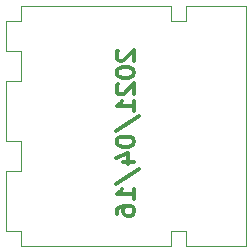
<source format=gbr>
%TF.GenerationSoftware,KiCad,Pcbnew,(5.1.9)-1*%
%TF.CreationDate,2021-04-16T00:55:01+02:00*%
%TF.ProjectId,13_TOR_N,31335f54-4f52-45f4-9e2e-6b696361645f,rev?*%
%TF.SameCoordinates,Original*%
%TF.FileFunction,Legend,Bot*%
%TF.FilePolarity,Positive*%
%FSLAX46Y46*%
G04 Gerber Fmt 4.6, Leading zero omitted, Abs format (unit mm)*
G04 Created by KiCad (PCBNEW (5.1.9)-1) date 2021-04-16 00:55:01*
%MOMM*%
%LPD*%
G01*
G04 APERTURE LIST*
%TA.AperFunction,Profile*%
%ADD10C,0.050000*%
%TD*%
%ADD11C,0.300000*%
G04 APERTURE END LIST*
D10*
X115570000Y-60960000D02*
X120650000Y-60960000D01*
X115570000Y-62230000D02*
X115570000Y-60960000D01*
X114300000Y-62230000D02*
X115570000Y-62230000D01*
X114300000Y-60960000D02*
X114300000Y-62230000D01*
X115570000Y-81280000D02*
X120650000Y-81280000D01*
X115570000Y-80010000D02*
X115570000Y-81280000D01*
X114300000Y-80010000D02*
X115570000Y-80010000D01*
X114300000Y-81280000D02*
X114300000Y-80010000D01*
X101600000Y-62230000D02*
X101600000Y-60960000D01*
X100330000Y-62230000D02*
X101600000Y-62230000D01*
X100330000Y-64770000D02*
X100330000Y-62230000D01*
X101600000Y-64770000D02*
X100330000Y-64770000D01*
X100330000Y-72390000D02*
X100330000Y-67310000D01*
X101600000Y-72390000D02*
X100330000Y-72390000D01*
X101600000Y-74930000D02*
X101600000Y-72390000D01*
X100330000Y-74930000D02*
X101600000Y-74930000D01*
X120650000Y-60960000D02*
X120650000Y-81280000D01*
X101600000Y-60960000D02*
X114300000Y-60960000D01*
X101600000Y-80010000D02*
X101600000Y-81280000D01*
X100330000Y-80010000D02*
X101600000Y-80010000D01*
X101600000Y-64770000D02*
X101600000Y-67310000D01*
X101600000Y-67310000D02*
X100330000Y-67310000D01*
X114300000Y-81280000D02*
X101600000Y-81280000D01*
X100330000Y-80010000D02*
X100330000Y-74930000D01*
D11*
X109811428Y-64755000D02*
X109740000Y-64826428D01*
X109668571Y-64969285D01*
X109668571Y-65326428D01*
X109740000Y-65469285D01*
X109811428Y-65540714D01*
X109954285Y-65612142D01*
X110097142Y-65612142D01*
X110311428Y-65540714D01*
X111168571Y-64683571D01*
X111168571Y-65612142D01*
X109668571Y-66540714D02*
X109668571Y-66683571D01*
X109740000Y-66826428D01*
X109811428Y-66897857D01*
X109954285Y-66969285D01*
X110240000Y-67040714D01*
X110597142Y-67040714D01*
X110882857Y-66969285D01*
X111025714Y-66897857D01*
X111097142Y-66826428D01*
X111168571Y-66683571D01*
X111168571Y-66540714D01*
X111097142Y-66397857D01*
X111025714Y-66326428D01*
X110882857Y-66255000D01*
X110597142Y-66183571D01*
X110240000Y-66183571D01*
X109954285Y-66255000D01*
X109811428Y-66326428D01*
X109740000Y-66397857D01*
X109668571Y-66540714D01*
X109811428Y-67612142D02*
X109740000Y-67683571D01*
X109668571Y-67826428D01*
X109668571Y-68183571D01*
X109740000Y-68326428D01*
X109811428Y-68397857D01*
X109954285Y-68469285D01*
X110097142Y-68469285D01*
X110311428Y-68397857D01*
X111168571Y-67540714D01*
X111168571Y-68469285D01*
X111168571Y-69897857D02*
X111168571Y-69040714D01*
X111168571Y-69469285D02*
X109668571Y-69469285D01*
X109882857Y-69326428D01*
X110025714Y-69183571D01*
X110097142Y-69040714D01*
X109597142Y-71612142D02*
X111525714Y-70326428D01*
X109668571Y-72397857D02*
X109668571Y-72540714D01*
X109740000Y-72683571D01*
X109811428Y-72755000D01*
X109954285Y-72826428D01*
X110240000Y-72897857D01*
X110597142Y-72897857D01*
X110882857Y-72826428D01*
X111025714Y-72755000D01*
X111097142Y-72683571D01*
X111168571Y-72540714D01*
X111168571Y-72397857D01*
X111097142Y-72255000D01*
X111025714Y-72183571D01*
X110882857Y-72112142D01*
X110597142Y-72040714D01*
X110240000Y-72040714D01*
X109954285Y-72112142D01*
X109811428Y-72183571D01*
X109740000Y-72255000D01*
X109668571Y-72397857D01*
X110168571Y-74183571D02*
X111168571Y-74183571D01*
X109597142Y-73826428D02*
X110668571Y-73469285D01*
X110668571Y-74397857D01*
X109597142Y-76040714D02*
X111525714Y-74755000D01*
X111168571Y-77326428D02*
X111168571Y-76469285D01*
X111168571Y-76897857D02*
X109668571Y-76897857D01*
X109882857Y-76755000D01*
X110025714Y-76612142D01*
X110097142Y-76469285D01*
X109668571Y-78612142D02*
X109668571Y-78326428D01*
X109740000Y-78183571D01*
X109811428Y-78112142D01*
X110025714Y-77969285D01*
X110311428Y-77897857D01*
X110882857Y-77897857D01*
X111025714Y-77969285D01*
X111097142Y-78040714D01*
X111168571Y-78183571D01*
X111168571Y-78469285D01*
X111097142Y-78612142D01*
X111025714Y-78683571D01*
X110882857Y-78755000D01*
X110525714Y-78755000D01*
X110382857Y-78683571D01*
X110311428Y-78612142D01*
X110240000Y-78469285D01*
X110240000Y-78183571D01*
X110311428Y-78040714D01*
X110382857Y-77969285D01*
X110525714Y-77897857D01*
M02*

</source>
